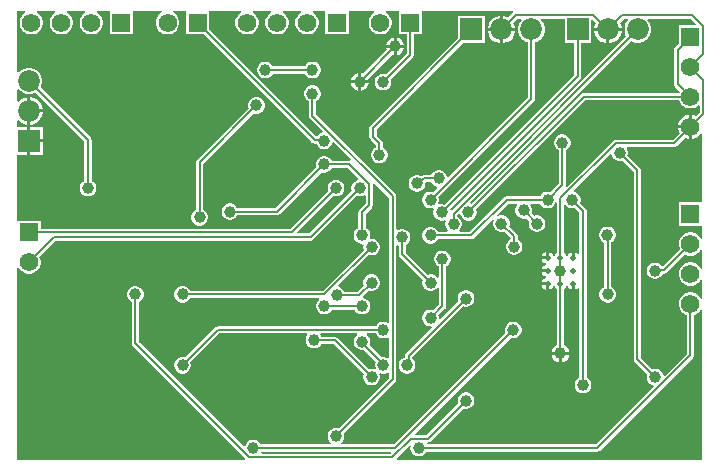
<source format=gbl>
G04*
G04 #@! TF.GenerationSoftware,Altium Limited,Altium Designer,23.5.1 (21)*
G04*
G04 Layer_Physical_Order=2*
G04 Layer_Color=16711680*
%FSLAX44Y44*%
%MOMM*%
G71*
G04*
G04 #@! TF.SameCoordinates,638B95CD-29A4-4EC3-B0C2-DC090694CFED*
G04*
G04*
G04 #@! TF.FilePolarity,Positive*
G04*
G01*
G75*
%ADD12C,0.2000*%
%ADD48R,1.8400X1.8400*%
%ADD49C,1.8400*%
%ADD50R,1.5700X1.5700*%
%ADD51C,1.5700*%
%ADD52R,1.8400X1.8400*%
%ADD53R,1.5700X1.5700*%
%ADD57C,1.0000*%
%ADD58C,0.5000*%
G36*
X527432Y382171D02*
X526438Y381177D01*
X524963Y378623D01*
X524200Y375775D01*
Y372826D01*
X524963Y369977D01*
X525618Y368844D01*
X378261Y221487D01*
X376809Y221831D01*
X376659Y222282D01*
X376668Y222342D01*
X486763Y332437D01*
X487426Y333429D01*
X487659Y334600D01*
Y363100D01*
X495800D01*
Y382378D01*
X497070Y382904D01*
X499822Y380152D01*
X499060Y378832D01*
X498260Y375846D01*
Y375570D01*
X521740D01*
Y375846D01*
X520940Y378832D01*
X520178Y380152D01*
X523467Y383441D01*
X526906D01*
X527432Y382171D01*
D02*
G37*
G36*
X152850Y389850D02*
Y370150D01*
X168224D01*
X259837Y278537D01*
X260830Y277874D01*
X262000Y277641D01*
X263385D01*
X263477Y277298D01*
X264399Y275702D01*
X265702Y274399D01*
X267298Y273477D01*
X269078Y273000D01*
X270922D01*
X272702Y273477D01*
X274298Y274399D01*
X275601Y275702D01*
X276523Y277298D01*
X276813Y278379D01*
X278225Y278763D01*
X292617Y264371D01*
X292578Y264102D01*
X291314Y263059D01*
X291314Y263059D01*
X276317D01*
X275601Y264298D01*
X274298Y265601D01*
X272702Y266523D01*
X270922Y267000D01*
X269078D01*
X267298Y266523D01*
X265702Y265601D01*
X264399Y264298D01*
X263477Y262702D01*
X263000Y260922D01*
Y259078D01*
X263370Y257696D01*
X228733Y223059D01*
X196317D01*
X195601Y224298D01*
X194298Y225601D01*
X192702Y226523D01*
X190922Y227000D01*
X189078D01*
X187298Y226523D01*
X185702Y225601D01*
X184399Y224298D01*
X183477Y222702D01*
X183000Y220922D01*
Y219078D01*
X183477Y217298D01*
X184399Y215702D01*
X185702Y214399D01*
X187298Y213477D01*
X189078Y213000D01*
X190922D01*
X192702Y213477D01*
X194298Y214399D01*
X195601Y215702D01*
X196317Y216941D01*
X230000D01*
X230000Y216941D01*
X231171Y217174D01*
X232163Y217837D01*
X267696Y253370D01*
X269078Y253000D01*
X270922D01*
X272702Y253477D01*
X274298Y254399D01*
X275601Y255702D01*
X276317Y256941D01*
X290047D01*
X298763Y248225D01*
X298379Y246813D01*
X297298Y246523D01*
X295702Y245601D01*
X294399Y244298D01*
X293477Y242702D01*
X293000Y240922D01*
Y239078D01*
X293370Y237696D01*
X257433Y201759D01*
X247744D01*
X247258Y202932D01*
X277696Y233370D01*
X279078Y233000D01*
X280922D01*
X282702Y233477D01*
X284298Y234399D01*
X285601Y235702D01*
X286523Y237298D01*
X287000Y239078D01*
Y240922D01*
X286523Y242702D01*
X285601Y244298D01*
X284298Y245601D01*
X282702Y246523D01*
X280922Y247000D01*
X279078D01*
X277298Y246523D01*
X275702Y245601D01*
X274399Y244298D01*
X273477Y242702D01*
X273000Y240922D01*
Y239078D01*
X273370Y237696D01*
X241433Y205759D01*
X29850D01*
Y212550D01*
X10150Y212550D01*
X10000Y213758D01*
Y268260D01*
X18730D01*
Y280000D01*
Y291740D01*
X10000D01*
Y297001D01*
X11270Y297527D01*
X12792Y296006D01*
X15468Y294460D01*
X18454Y293660D01*
X18730D01*
Y305400D01*
Y317140D01*
X18454D01*
X15468Y316340D01*
X12792Y314794D01*
X11270Y313273D01*
X10000Y313799D01*
Y323362D01*
X11270Y323691D01*
X13123Y321838D01*
X15677Y320363D01*
X18526Y319600D01*
X21474D01*
X24323Y320363D01*
X25457Y321018D01*
X66941Y279533D01*
Y246317D01*
X65702Y245601D01*
X64399Y244298D01*
X63477Y242702D01*
X63000Y240922D01*
Y239078D01*
X63477Y237298D01*
X64399Y235702D01*
X65702Y234399D01*
X67298Y233477D01*
X69078Y233000D01*
X70922D01*
X72702Y233477D01*
X74298Y234399D01*
X75601Y235702D01*
X76523Y237298D01*
X77000Y239078D01*
Y240922D01*
X76523Y242702D01*
X75601Y244298D01*
X74298Y245601D01*
X73059Y246317D01*
Y280800D01*
X72826Y281971D01*
X72163Y282963D01*
X29782Y325344D01*
X30437Y326477D01*
X31200Y329325D01*
Y332275D01*
X30437Y335123D01*
X28962Y337677D01*
X26877Y339762D01*
X24323Y341237D01*
X21474Y342000D01*
X18526D01*
X15677Y341237D01*
X13123Y339762D01*
X11270Y337909D01*
X10000Y338238D01*
Y390000D01*
X16981D01*
X17321Y388730D01*
X15852Y387882D01*
X14018Y386048D01*
X12721Y383802D01*
X12050Y381297D01*
Y378703D01*
X12721Y376198D01*
X14018Y373952D01*
X15852Y372118D01*
X18098Y370821D01*
X20603Y370150D01*
X23197D01*
X25702Y370821D01*
X27948Y372118D01*
X29782Y373952D01*
X31079Y376198D01*
X31750Y378703D01*
Y381297D01*
X31079Y383802D01*
X29782Y386048D01*
X27948Y387882D01*
X26479Y388730D01*
X26819Y390000D01*
X42380D01*
X42721Y388730D01*
X41252Y387882D01*
X39418Y386048D01*
X38121Y383802D01*
X37450Y381297D01*
Y378703D01*
X38121Y376198D01*
X39418Y373952D01*
X41252Y372118D01*
X43498Y370821D01*
X46003Y370150D01*
X48597D01*
X51102Y370821D01*
X53348Y372118D01*
X55182Y373952D01*
X56479Y376198D01*
X57150Y378703D01*
Y381297D01*
X56479Y383802D01*
X55182Y386048D01*
X53348Y387882D01*
X51879Y388730D01*
X52219Y390000D01*
X67780D01*
X68121Y388730D01*
X66652Y387882D01*
X64818Y386048D01*
X63521Y383802D01*
X62850Y381297D01*
Y378703D01*
X63521Y376198D01*
X64818Y373952D01*
X66652Y372118D01*
X68898Y370821D01*
X71403Y370150D01*
X73997D01*
X76502Y370821D01*
X78748Y372118D01*
X80582Y373952D01*
X81879Y376198D01*
X82550Y378703D01*
Y381297D01*
X81879Y383802D01*
X80582Y386048D01*
X78748Y387882D01*
X77279Y388730D01*
X77619Y390000D01*
X87042D01*
X88250Y389850D01*
X88250Y388730D01*
Y370150D01*
X107950D01*
X107950Y389850D01*
X109158Y390000D01*
X132381D01*
X132721Y388730D01*
X131252Y387882D01*
X129418Y386048D01*
X128122Y383802D01*
X127450Y381297D01*
Y378703D01*
X128122Y376198D01*
X129418Y373952D01*
X131252Y372118D01*
X133498Y370821D01*
X136003Y370150D01*
X138597D01*
X141102Y370821D01*
X143348Y372118D01*
X145182Y373952D01*
X146479Y376198D01*
X147150Y378703D01*
Y381297D01*
X146479Y383802D01*
X145182Y386048D01*
X143348Y387882D01*
X141879Y388730D01*
X142220Y390000D01*
X151642D01*
X152850Y389850D01*
D02*
G37*
G36*
X584594Y379123D02*
X584108Y377950D01*
X570150D01*
Y362576D01*
X566987Y359413D01*
X566324Y358420D01*
X566091Y357250D01*
X566091Y357250D01*
Y328150D01*
X566091Y328150D01*
X566324Y326979D01*
X566987Y325987D01*
X571206Y321768D01*
X570821Y321102D01*
X570622Y320359D01*
X489714D01*
X489713Y320359D01*
X488543Y320126D01*
X487551Y319463D01*
X394829Y226742D01*
X394145Y226924D01*
X393765Y228339D01*
X529944Y364518D01*
X531077Y363863D01*
X533926Y363100D01*
X536875D01*
X539723Y363863D01*
X542277Y365338D01*
X544362Y367423D01*
X545837Y369977D01*
X546600Y372826D01*
Y375775D01*
X545837Y378623D01*
X544362Y381177D01*
X543368Y382171D01*
X543894Y383441D01*
X580275D01*
X584594Y379123D01*
D02*
G37*
G36*
X430137Y388730D02*
X430037Y388663D01*
X425852Y384478D01*
X424532Y385240D01*
X421546Y386040D01*
X421270D01*
Y375570D01*
X431740D01*
Y375846D01*
X430940Y378832D01*
X430178Y380152D01*
X433467Y383441D01*
X436906D01*
X437432Y382171D01*
X436438Y381177D01*
X434963Y378623D01*
X434200Y375775D01*
Y372826D01*
X434963Y369977D01*
X436438Y367423D01*
X438523Y365338D01*
X441077Y363863D01*
X442341Y363525D01*
Y316667D01*
X375093Y249418D01*
X373680Y249802D01*
X373391Y250883D01*
X372469Y252479D01*
X371166Y253783D01*
X369569Y254704D01*
X367789Y255181D01*
X365946D01*
X364166Y254704D01*
X362569Y253783D01*
X361266Y252479D01*
X360551Y251240D01*
X354745D01*
X354745Y251240D01*
X353575Y251007D01*
X352582Y250344D01*
X352582Y250344D01*
X352164Y249926D01*
X351112Y250534D01*
X349332Y251011D01*
X347489D01*
X345708Y250534D01*
X344112Y249613D01*
X342809Y248309D01*
X341887Y246713D01*
X341410Y244933D01*
Y243090D01*
X341887Y241309D01*
X342809Y239713D01*
X344112Y238410D01*
X345708Y237488D01*
X347489Y237011D01*
X349332D01*
X351112Y237488D01*
X352708Y238410D01*
X354012Y239713D01*
X354933Y241309D01*
X355410Y243090D01*
Y244521D01*
X356012Y245123D01*
X360551D01*
X361266Y243883D01*
X362569Y242580D01*
X364166Y241658D01*
X365247Y241369D01*
X365630Y239956D01*
X362304Y236630D01*
X360922Y237000D01*
X359078D01*
X357298Y236523D01*
X355702Y235601D01*
X354399Y234298D01*
X353477Y232702D01*
X353000Y230922D01*
Y229078D01*
X353477Y227298D01*
X354399Y225702D01*
X355702Y224399D01*
X357298Y223477D01*
X359078Y223000D01*
X360922D01*
X362148Y223328D01*
X362985Y222238D01*
X362945Y222170D01*
X362468Y220390D01*
Y218547D01*
X362945Y216766D01*
X363867Y215170D01*
X365170Y213867D01*
X366766Y212945D01*
X368547Y212468D01*
X370390D01*
X371882Y212868D01*
X372439Y212502D01*
X372502Y212439D01*
X372868Y211882D01*
X372468Y210390D01*
Y208547D01*
X372945Y206766D01*
X373867Y205170D01*
X374708Y204329D01*
X374182Y203059D01*
X366317D01*
X365601Y204298D01*
X364298Y205601D01*
X362702Y206523D01*
X360922Y207000D01*
X359078D01*
X357298Y206523D01*
X355702Y205601D01*
X354399Y204298D01*
X353477Y202702D01*
X353000Y200922D01*
Y199078D01*
X353477Y197298D01*
X354399Y195702D01*
X355702Y194399D01*
X357298Y193477D01*
X359078Y193000D01*
X360922D01*
X362702Y193477D01*
X364298Y194399D01*
X365601Y195702D01*
X366317Y196941D01*
X394531D01*
X394531Y196941D01*
X395702Y197174D01*
X396694Y197837D01*
X412628Y213771D01*
X413644Y212991D01*
X413477Y212702D01*
X413000Y210922D01*
Y209078D01*
X413477Y207298D01*
X414399Y205702D01*
X415702Y204399D01*
X417298Y203477D01*
X419078Y203000D01*
X420922D01*
X422304Y203370D01*
X427683Y197991D01*
X427586Y196719D01*
X426515Y196101D01*
X425212Y194798D01*
X424290Y193202D01*
X423813Y191421D01*
Y189578D01*
X424290Y187798D01*
X425212Y186202D01*
X426515Y184898D01*
X428111Y183977D01*
X429892Y183500D01*
X431735D01*
X433515Y183977D01*
X435111Y184898D01*
X436415Y186202D01*
X437336Y187798D01*
X437813Y189578D01*
Y191421D01*
X437336Y193202D01*
X436415Y194798D01*
X435111Y196101D01*
X433872Y196817D01*
Y199187D01*
X433639Y200357D01*
X432976Y201350D01*
X432976Y201350D01*
X426630Y207696D01*
X427000Y209078D01*
Y210922D01*
X426523Y212702D01*
X425601Y214298D01*
X424298Y215601D01*
X422702Y216523D01*
X420922Y217000D01*
X419078D01*
X417298Y216523D01*
X417009Y216356D01*
X416229Y217372D01*
X425798Y226941D01*
X432932D01*
X433458Y225671D01*
X433242Y225455D01*
X432320Y223859D01*
X431843Y222078D01*
Y220235D01*
X432320Y218455D01*
X433242Y216859D01*
X434545Y215556D01*
X436141Y214634D01*
X437921Y214157D01*
X439765D01*
X441147Y214527D01*
X443527Y212147D01*
X443157Y210765D01*
Y208922D01*
X443634Y207141D01*
X444555Y205545D01*
X445859Y204242D01*
X447455Y203320D01*
X449235Y202843D01*
X451078D01*
X452859Y203320D01*
X454455Y204242D01*
X455758Y205545D01*
X456680Y207141D01*
X457157Y208922D01*
Y210765D01*
X456680Y212545D01*
X455758Y214141D01*
X454455Y215445D01*
X452859Y216366D01*
X451078Y216843D01*
X449235D01*
X447853Y216473D01*
X445473Y218853D01*
X445843Y220235D01*
Y222078D01*
X445366Y223859D01*
X444444Y225455D01*
X444228Y225671D01*
X444754Y226941D01*
X452683D01*
X453398Y225702D01*
X454702Y224399D01*
X456298Y223477D01*
X458078Y223000D01*
X459921D01*
X461702Y223477D01*
X463298Y224399D01*
X464601Y225702D01*
X465523Y227298D01*
X465671Y227852D01*
X466941Y227685D01*
Y185069D01*
X465727Y183855D01*
X465187Y182551D01*
X463813D01*
X463273Y183855D01*
X461855Y185272D01*
X460270Y185929D01*
Y181000D01*
X459000D01*
Y179730D01*
X454071D01*
X454727Y178145D01*
X456145Y176727D01*
X457448Y176187D01*
Y174813D01*
X456145Y174273D01*
X454727Y172855D01*
X454071Y171270D01*
X459000D01*
Y168730D01*
X454071D01*
X454727Y167145D01*
X456145Y165727D01*
X457449Y165187D01*
Y163813D01*
X456145Y163272D01*
X454727Y161855D01*
X454071Y160270D01*
X459000D01*
Y159000D01*
X460270D01*
Y154071D01*
X461855Y154727D01*
X463273Y156145D01*
X463813Y157449D01*
X465187D01*
X465727Y156145D01*
X466941Y154931D01*
Y106940D01*
X465370Y106033D01*
X463966Y104630D01*
X462974Y102910D01*
X462534Y101270D01*
X477466D01*
X477026Y102910D01*
X476034Y104630D01*
X474630Y106033D01*
X473059Y106940D01*
Y154931D01*
X474273Y156145D01*
X474813Y157448D01*
X476187D01*
X476727Y156145D01*
X478145Y154727D01*
X479730Y154071D01*
Y159000D01*
X482270D01*
Y154071D01*
X483855Y154727D01*
X484672Y155544D01*
X485942Y155018D01*
Y79567D01*
X484702Y78851D01*
X483399Y77548D01*
X482477Y75952D01*
X482000Y74172D01*
Y72328D01*
X482477Y70548D01*
X483399Y68952D01*
X484702Y67649D01*
X486298Y66727D01*
X488079Y66250D01*
X489922D01*
X491702Y66727D01*
X493298Y67649D01*
X494602Y68952D01*
X495523Y70548D01*
X496000Y72328D01*
Y74172D01*
X495523Y75952D01*
X494602Y77548D01*
X493298Y78851D01*
X492059Y79567D01*
Y221000D01*
X491826Y222170D01*
X491163Y223163D01*
X491163Y223163D01*
X486630Y227696D01*
X487000Y229078D01*
Y230922D01*
X486523Y232702D01*
X485601Y234298D01*
X484298Y235601D01*
X482702Y236523D01*
X481621Y236813D01*
X481237Y238225D01*
X511775Y268763D01*
X513187Y268379D01*
X513477Y267298D01*
X514399Y265702D01*
X515702Y264399D01*
X517298Y263477D01*
X519078Y263000D01*
X520922D01*
X522304Y263370D01*
X531941Y253733D01*
Y95000D01*
X531941Y95000D01*
X532174Y93829D01*
X532837Y92837D01*
X543370Y82304D01*
X543000Y80922D01*
Y79078D01*
X543477Y77298D01*
X544399Y75702D01*
X545702Y74399D01*
X547298Y73477D01*
X548379Y73187D01*
X548763Y71775D01*
X500047Y23059D01*
X357076D01*
X356721Y23671D01*
X357453Y24941D01*
X358000D01*
X358000Y24941D01*
X359171Y25174D01*
X360163Y25837D01*
X387696Y53370D01*
X389078Y53000D01*
X390922D01*
X392702Y53477D01*
X394298Y54399D01*
X395601Y55702D01*
X396523Y57298D01*
X397000Y59078D01*
Y60922D01*
X396523Y62702D01*
X395601Y64298D01*
X394298Y65601D01*
X392702Y66523D01*
X390922Y67000D01*
X389078D01*
X387298Y66523D01*
X385702Y65601D01*
X384399Y64298D01*
X383477Y62702D01*
X383000Y60922D01*
Y59078D01*
X383370Y57696D01*
X356733Y31059D01*
X347044D01*
X346558Y32232D01*
X427696Y113370D01*
X429078Y113000D01*
X430922D01*
X432702Y113477D01*
X434298Y114399D01*
X435601Y115702D01*
X436523Y117298D01*
X437000Y119078D01*
Y120922D01*
X436523Y122702D01*
X435601Y124298D01*
X434298Y125601D01*
X432702Y126523D01*
X430922Y127000D01*
X429078D01*
X427298Y126523D01*
X425702Y125601D01*
X424399Y124298D01*
X423477Y122702D01*
X423000Y120922D01*
Y119078D01*
X423370Y117696D01*
X328733Y23059D01*
X284517D01*
X284177Y24329D01*
X284298Y24399D01*
X285601Y25702D01*
X286523Y27298D01*
X287000Y29078D01*
Y30922D01*
X286630Y32304D01*
X330163Y75837D01*
X330826Y76830D01*
X331059Y78000D01*
X331059Y78000D01*
Y190980D01*
X332329Y191712D01*
X332941Y191357D01*
Y184000D01*
X332941Y184000D01*
X333174Y182829D01*
X333837Y181837D01*
X353370Y162304D01*
X353000Y160922D01*
Y159078D01*
X353477Y157298D01*
X354399Y155702D01*
X355702Y154399D01*
X357298Y153477D01*
X359078Y153000D01*
X360922D01*
X362702Y153477D01*
X364298Y154399D01*
X365601Y155702D01*
X365671Y155823D01*
X366941Y155483D01*
Y141267D01*
X362304Y136630D01*
X360922Y137000D01*
X359078D01*
X357298Y136523D01*
X355702Y135601D01*
X354399Y134298D01*
X353477Y132702D01*
X353000Y130922D01*
Y129078D01*
X353477Y127298D01*
X354399Y125702D01*
X355702Y124399D01*
X357298Y123477D01*
X359078Y123000D01*
X360378D01*
X360904Y121730D01*
X339337Y100163D01*
X338674Y99171D01*
X338441Y98000D01*
X338441Y98000D01*
Y96829D01*
X337298Y96523D01*
X335702Y95601D01*
X334399Y94298D01*
X333477Y92702D01*
X333000Y90922D01*
Y89078D01*
X333477Y87298D01*
X334399Y85702D01*
X335702Y84399D01*
X337298Y83477D01*
X339078Y83000D01*
X340922D01*
X342702Y83477D01*
X344298Y84399D01*
X345601Y85702D01*
X346523Y87298D01*
X347000Y89078D01*
Y90922D01*
X346523Y92702D01*
X345601Y94298D01*
X344559Y95341D01*
Y96733D01*
X387696Y139871D01*
X389078Y139500D01*
X390922D01*
X392702Y139977D01*
X394298Y140899D01*
X395601Y142202D01*
X396523Y143798D01*
X397000Y145578D01*
Y147422D01*
X396523Y149202D01*
X395601Y150798D01*
X394298Y152101D01*
X392702Y153023D01*
X390922Y153500D01*
X389078D01*
X387298Y153023D01*
X385702Y152101D01*
X384399Y150798D01*
X383477Y149202D01*
X383000Y147422D01*
Y145578D01*
X383370Y144196D01*
X368270Y129096D01*
X367000Y129622D01*
Y130922D01*
X366630Y132304D01*
X372163Y137837D01*
X372163Y137837D01*
X372826Y138829D01*
X373059Y140000D01*
Y173683D01*
X374298Y174399D01*
X375601Y175702D01*
X376523Y177298D01*
X377000Y179078D01*
Y180922D01*
X376523Y182702D01*
X375601Y184298D01*
X374298Y185601D01*
X372702Y186523D01*
X370922Y187000D01*
X369078D01*
X367298Y186523D01*
X365702Y185601D01*
X364399Y184298D01*
X363477Y182702D01*
X363000Y180922D01*
Y179078D01*
X363477Y177298D01*
X364399Y175702D01*
X365702Y174399D01*
X366941Y173683D01*
Y164517D01*
X365671Y164177D01*
X365601Y164298D01*
X364298Y165601D01*
X362702Y166523D01*
X360922Y167000D01*
X359078D01*
X357696Y166630D01*
X339059Y185267D01*
Y192116D01*
X340298Y192832D01*
X341601Y194135D01*
X342523Y195731D01*
X343000Y197512D01*
Y199355D01*
X342523Y201135D01*
X341601Y202731D01*
X340298Y204035D01*
X338702Y204956D01*
X336922Y205433D01*
X335079D01*
X333298Y204956D01*
X332329Y204397D01*
X331059Y205124D01*
Y233314D01*
X330826Y234484D01*
X330163Y235477D01*
X330163Y235477D01*
X263059Y302581D01*
Y313683D01*
X264298Y314399D01*
X265601Y315702D01*
X266523Y317298D01*
X267000Y319078D01*
Y320922D01*
X266523Y322702D01*
X265601Y324298D01*
X264298Y325601D01*
X262702Y326523D01*
X260922Y327000D01*
X259078D01*
X257298Y326523D01*
X255702Y325601D01*
X254399Y324298D01*
X253477Y322702D01*
X253000Y320922D01*
Y319078D01*
X253477Y317298D01*
X254399Y315702D01*
X255702Y314399D01*
X256941Y313683D01*
Y301314D01*
X256941Y301314D01*
X257174Y300143D01*
X257837Y299151D01*
X268763Y288225D01*
X268379Y286813D01*
X267298Y286523D01*
X265702Y285601D01*
X264399Y284298D01*
X264349Y284212D01*
X262946Y284080D01*
X172550Y374476D01*
Y389850D01*
X173758Y390000D01*
X199681D01*
X200021Y388730D01*
X198552Y387882D01*
X196718Y386048D01*
X195421Y383802D01*
X194750Y381297D01*
Y378703D01*
X195421Y376198D01*
X196718Y373952D01*
X198552Y372118D01*
X200798Y370821D01*
X203303Y370150D01*
X205897D01*
X208402Y370821D01*
X210648Y372118D01*
X212482Y373952D01*
X213779Y376198D01*
X214450Y378703D01*
Y381297D01*
X213779Y383802D01*
X212482Y386048D01*
X210648Y387882D01*
X209179Y388730D01*
X209519Y390000D01*
X225081D01*
X225421Y388730D01*
X223952Y387882D01*
X222118Y386048D01*
X220821Y383802D01*
X220150Y381297D01*
Y378703D01*
X220821Y376198D01*
X222118Y373952D01*
X223952Y372118D01*
X226198Y370821D01*
X228703Y370150D01*
X231297D01*
X233802Y370821D01*
X236048Y372118D01*
X237882Y373952D01*
X239179Y376198D01*
X239850Y378703D01*
Y381297D01*
X239179Y383802D01*
X237882Y386048D01*
X236048Y387882D01*
X234579Y388730D01*
X234919Y390000D01*
X250481D01*
X250821Y388730D01*
X249352Y387882D01*
X247518Y386048D01*
X246221Y383802D01*
X245550Y381297D01*
Y378703D01*
X246221Y376198D01*
X247518Y373952D01*
X249352Y372118D01*
X251598Y370821D01*
X254103Y370150D01*
X256697D01*
X259202Y370821D01*
X261448Y372118D01*
X263282Y373952D01*
X264579Y376198D01*
X265250Y378703D01*
Y381297D01*
X264579Y383802D01*
X263282Y386048D01*
X261448Y387882D01*
X259979Y388730D01*
X260319Y390000D01*
X269742D01*
X270950Y389850D01*
X270950Y388730D01*
Y370150D01*
X290650D01*
X290650Y389850D01*
X291858Y390000D01*
X312381D01*
X312721Y388730D01*
X311252Y387882D01*
X309418Y386048D01*
X308121Y383802D01*
X307450Y381297D01*
Y378703D01*
X308121Y376198D01*
X309418Y373952D01*
X311252Y372118D01*
X313498Y370821D01*
X316003Y370150D01*
X318597D01*
X321102Y370821D01*
X323348Y372118D01*
X325182Y373952D01*
X326479Y376198D01*
X327150Y378703D01*
Y381297D01*
X326479Y383802D01*
X325182Y386048D01*
X323348Y387882D01*
X321879Y388730D01*
X322219Y390000D01*
X331642D01*
X332850Y389850D01*
X332850Y388730D01*
Y370150D01*
X339641D01*
Y353967D01*
X322047Y336373D01*
X320665Y336743D01*
X318822D01*
X317041Y336266D01*
X315445Y335345D01*
X314142Y334041D01*
X313220Y332445D01*
X312743Y330665D01*
Y328822D01*
X313220Y327041D01*
X314142Y325445D01*
X315445Y324142D01*
X317041Y323220D01*
X318822Y322743D01*
X320665D01*
X322445Y323220D01*
X324041Y324142D01*
X325345Y325445D01*
X326266Y327041D01*
X326743Y328822D01*
Y330665D01*
X326373Y332047D01*
X344863Y350537D01*
X344863Y350537D01*
X345526Y351529D01*
X345759Y352700D01*
X345759Y352700D01*
Y370150D01*
X352550D01*
X352550Y389850D01*
X353758Y390000D01*
X429752D01*
X430137Y388730D01*
D02*
G37*
G36*
X570821Y313498D02*
X572118Y311252D01*
X573952Y309418D01*
X576198Y308121D01*
X578703Y307450D01*
X581297D01*
X583802Y308121D01*
X586048Y309418D01*
X586618Y309988D01*
X587791Y309502D01*
Y304017D01*
X584864Y301089D01*
X584011Y301582D01*
X581368Y302290D01*
X581270D01*
Y291900D01*
Y281510D01*
X581368D01*
X584011Y282218D01*
X586380Y283586D01*
X588314Y285520D01*
X588730Y286240D01*
X590000Y285900D01*
Y229158D01*
X589850Y227950D01*
X588730Y227950D01*
X570150D01*
Y208250D01*
X589850Y208250D01*
X590000Y207042D01*
Y197620D01*
X588730Y197279D01*
X587882Y198748D01*
X586048Y200582D01*
X583802Y201879D01*
X581297Y202550D01*
X578703D01*
X576198Y201879D01*
X573952Y200582D01*
X572118Y198748D01*
X570821Y196502D01*
X570150Y193997D01*
Y191403D01*
X570821Y188898D01*
X571206Y188232D01*
X557054Y174080D01*
X555651Y174212D01*
X555601Y174298D01*
X554298Y175601D01*
X552702Y176523D01*
X550922Y177000D01*
X549078D01*
X547298Y176523D01*
X545702Y175601D01*
X544399Y174298D01*
X543477Y172702D01*
X543000Y170922D01*
Y169078D01*
X543477Y167298D01*
X544399Y165702D01*
X545702Y164399D01*
X547298Y163477D01*
X549078Y163000D01*
X550922D01*
X552702Y163477D01*
X554298Y164399D01*
X555601Y165702D01*
X556523Y167298D01*
X556615Y167641D01*
X558000D01*
X558000Y167641D01*
X559170Y167874D01*
X560163Y168537D01*
X575532Y183906D01*
X576198Y183521D01*
X578703Y182850D01*
X581297D01*
X583802Y183521D01*
X586048Y184818D01*
X587882Y186652D01*
X588730Y188121D01*
X590000Y187780D01*
Y172220D01*
X588730Y171879D01*
X587882Y173348D01*
X586048Y175182D01*
X583802Y176479D01*
X581297Y177150D01*
X578703D01*
X576198Y176479D01*
X573952Y175182D01*
X572118Y173348D01*
X570821Y171102D01*
X570150Y168597D01*
Y166003D01*
X570821Y163498D01*
X572118Y161252D01*
X573952Y159418D01*
X576198Y158121D01*
X578703Y157450D01*
X581297D01*
X583802Y158121D01*
X586048Y159418D01*
X587882Y161252D01*
X588730Y162721D01*
X590000Y162381D01*
Y146820D01*
X588730Y146479D01*
X587882Y147948D01*
X586048Y149782D01*
X583802Y151079D01*
X581297Y151750D01*
X578703D01*
X576198Y151079D01*
X573952Y149782D01*
X572118Y147948D01*
X570821Y145702D01*
X570150Y143197D01*
Y140603D01*
X570821Y138098D01*
X572118Y135852D01*
X573952Y134018D01*
X576198Y132721D01*
X576941Y132522D01*
Y99953D01*
X558225Y81237D01*
X556813Y81621D01*
X556523Y82702D01*
X555601Y84298D01*
X554298Y85601D01*
X552702Y86523D01*
X550922Y87000D01*
X549078D01*
X547696Y86630D01*
X538059Y96267D01*
Y255000D01*
X537826Y256171D01*
X537163Y257163D01*
X537163Y257163D01*
X526630Y267696D01*
X527000Y269078D01*
Y270922D01*
X526523Y272702D01*
X525963Y273671D01*
X526691Y274941D01*
X566100D01*
X566100Y274941D01*
X567271Y275174D01*
X568263Y275837D01*
X575137Y282711D01*
X575990Y282218D01*
X578632Y281510D01*
X578730D01*
Y290630D01*
X569610D01*
Y290532D01*
X570318Y287889D01*
X570811Y287036D01*
X564833Y281059D01*
X516686D01*
X515516Y280826D01*
X514523Y280163D01*
X514523Y280163D01*
X475697Y241337D01*
X474527Y241962D01*
X474652Y242594D01*
Y272090D01*
X475892Y272805D01*
X477195Y274108D01*
X478116Y275705D01*
X478593Y277485D01*
Y279328D01*
X478116Y281108D01*
X477195Y282705D01*
X475892Y284008D01*
X474295Y284930D01*
X472515Y285406D01*
X470672D01*
X468892Y284930D01*
X467295Y284008D01*
X465992Y282705D01*
X465070Y281108D01*
X464594Y279328D01*
Y277485D01*
X465070Y275705D01*
X465992Y274108D01*
X467295Y272805D01*
X468535Y272090D01*
Y243861D01*
X461304Y236630D01*
X459921Y237000D01*
X458078D01*
X456298Y236523D01*
X454702Y235601D01*
X453398Y234298D01*
X452683Y233059D01*
X424531D01*
X423360Y232826D01*
X422368Y232163D01*
X422368Y232163D01*
X393264Y203059D01*
X384754D01*
X384228Y204329D01*
X385070Y205170D01*
X385991Y206766D01*
X386468Y208547D01*
Y210390D01*
X385991Y212170D01*
X385070Y213766D01*
X383766Y215070D01*
X382527Y215785D01*
Y217101D01*
X383764Y218338D01*
X385176Y217955D01*
X385466Y216873D01*
X386387Y215277D01*
X387691Y213974D01*
X389287Y213052D01*
X391067Y212575D01*
X392910D01*
X394691Y213052D01*
X396287Y213974D01*
X397590Y215277D01*
X398512Y216873D01*
X398989Y218654D01*
Y220497D01*
X398618Y221879D01*
X490980Y314241D01*
X570622D01*
X570821Y313498D01*
D02*
G37*
G36*
X473400Y363100D02*
X481541D01*
Y335867D01*
X371772Y226098D01*
X370390Y226468D01*
X368547D01*
X367321Y226140D01*
X366484Y227230D01*
X366523Y227298D01*
X367000Y229078D01*
Y230922D01*
X366630Y232304D01*
X447563Y313237D01*
X447563Y313237D01*
X448226Y314230D01*
X448459Y315400D01*
X448459Y315400D01*
Y363525D01*
X449723Y363863D01*
X452277Y365338D01*
X454362Y367423D01*
X455837Y369977D01*
X456600Y372826D01*
Y375775D01*
X455837Y378623D01*
X454362Y381177D01*
X453368Y382171D01*
X453894Y383441D01*
X473400D01*
Y363100D01*
D02*
G37*
G36*
X474399Y225702D02*
X475702Y224399D01*
X477298Y223477D01*
X479078Y223000D01*
X480922D01*
X482304Y223370D01*
X485942Y219733D01*
Y184982D01*
X484672Y184456D01*
X483855Y185272D01*
X482270Y185929D01*
Y181000D01*
X479730D01*
Y185929D01*
X478145Y185272D01*
X476727Y183855D01*
X476187Y182551D01*
X474813D01*
X474273Y183855D01*
X473059Y185069D01*
Y225483D01*
X474329Y225823D01*
X474399Y225702D01*
D02*
G37*
G36*
X324941Y232047D02*
Y126691D01*
X323671Y125963D01*
X322702Y126523D01*
X320922Y127000D01*
X319078D01*
X317298Y126523D01*
X315702Y125601D01*
X314399Y124298D01*
X313683Y123059D01*
X180000D01*
X178829Y122826D01*
X177837Y122163D01*
X177837Y122163D01*
X152304Y96630D01*
X150922Y97000D01*
X149078D01*
X147298Y96523D01*
X145702Y95601D01*
X144399Y94298D01*
X143477Y92702D01*
X143000Y90922D01*
Y89078D01*
X143477Y87298D01*
X144399Y85702D01*
X145702Y84399D01*
X147298Y83477D01*
X149078Y83000D01*
X150922D01*
X152702Y83477D01*
X154298Y84399D01*
X155601Y85702D01*
X156523Y87298D01*
X157000Y89078D01*
Y90922D01*
X156630Y92304D01*
X181267Y116941D01*
X255246D01*
X255772Y115671D01*
X255680Y115580D01*
X254759Y113984D01*
X254282Y112203D01*
Y110360D01*
X254759Y108580D01*
X255680Y106984D01*
X256984Y105680D01*
X258580Y104759D01*
X260360Y104282D01*
X262203D01*
X263984Y104759D01*
X265580Y105680D01*
X266883Y106984D01*
X267599Y108223D01*
X277451D01*
X303370Y82304D01*
X303000Y80922D01*
Y79078D01*
X303477Y77298D01*
X304399Y75702D01*
X305702Y74399D01*
X307298Y73477D01*
X309078Y73000D01*
X310922D01*
X312702Y73477D01*
X314298Y74399D01*
X315601Y75702D01*
X316523Y77298D01*
X317000Y79078D01*
Y80922D01*
X316600Y82414D01*
X316966Y82971D01*
X317029Y83034D01*
X317586Y83400D01*
X319078Y83000D01*
X320922D01*
X322702Y83477D01*
X323671Y84037D01*
X324941Y83309D01*
Y79267D01*
X282304Y36630D01*
X280922Y37000D01*
X279078D01*
X277298Y36523D01*
X275702Y35601D01*
X274399Y34298D01*
X273477Y32702D01*
X273000Y30922D01*
Y29078D01*
X273477Y27298D01*
X274399Y25702D01*
X275702Y24399D01*
X275823Y24329D01*
X275483Y23059D01*
X216317D01*
X215601Y24298D01*
X214298Y25601D01*
X212702Y26523D01*
X210922Y27000D01*
X209078D01*
X207298Y26523D01*
X205702Y25601D01*
X204399Y24298D01*
X203477Y22702D01*
X203187Y21621D01*
X201775Y21237D01*
X113059Y109953D01*
Y143683D01*
X114298Y144399D01*
X115601Y145702D01*
X116523Y147298D01*
X117000Y149078D01*
Y150922D01*
X116523Y152702D01*
X115601Y154298D01*
X114298Y155601D01*
X112702Y156523D01*
X110922Y157000D01*
X109078D01*
X107298Y156523D01*
X105702Y155601D01*
X104399Y154298D01*
X103477Y152702D01*
X103000Y150922D01*
Y149078D01*
X103477Y147298D01*
X104399Y145702D01*
X105702Y144399D01*
X106941Y143683D01*
Y108686D01*
X106941Y108686D01*
X107174Y107516D01*
X107837Y106523D01*
X203187Y11173D01*
X202701Y10000D01*
X10000D01*
Y172381D01*
X11270Y172721D01*
X12118Y171252D01*
X13952Y169418D01*
X16198Y168121D01*
X18703Y167450D01*
X21297D01*
X23802Y168121D01*
X26048Y169418D01*
X27882Y171252D01*
X29179Y173498D01*
X29850Y176003D01*
Y178597D01*
X29179Y181102D01*
X28794Y181768D01*
X42667Y195641D01*
X258700D01*
X258700Y195641D01*
X259870Y195874D01*
X260863Y196537D01*
X297696Y233370D01*
X299078Y233000D01*
X300922D01*
X302702Y233477D01*
X303671Y234037D01*
X304941Y233309D01*
Y227006D01*
X299837Y221902D01*
X299174Y220910D01*
X298941Y219739D01*
X298941Y219739D01*
Y206317D01*
X297702Y205601D01*
X296399Y204298D01*
X295477Y202702D01*
X295000Y200922D01*
Y199078D01*
X295477Y197298D01*
X296399Y195702D01*
X297702Y194399D01*
X299298Y193477D01*
X301079Y193000D01*
X302242D01*
X303188Y191941D01*
X303229Y191776D01*
X303000Y190922D01*
Y189078D01*
X303370Y187696D01*
X268733Y153059D01*
X156317D01*
X155601Y154298D01*
X154298Y155601D01*
X152702Y156523D01*
X150922Y157000D01*
X149078D01*
X147298Y156523D01*
X145702Y155601D01*
X144399Y154298D01*
X143477Y152702D01*
X143000Y150922D01*
Y149078D01*
X143477Y147298D01*
X144399Y145702D01*
X145702Y144399D01*
X147298Y143477D01*
X149078Y143000D01*
X150922D01*
X152702Y143477D01*
X154298Y144399D01*
X155601Y145702D01*
X156317Y146941D01*
X265483D01*
X265823Y145671D01*
X265702Y145601D01*
X264399Y144298D01*
X263477Y142702D01*
X263000Y140922D01*
Y139078D01*
X263477Y137298D01*
X264399Y135702D01*
X265702Y134399D01*
X267298Y133477D01*
X269078Y133000D01*
X270922D01*
X272702Y133477D01*
X274298Y134399D01*
X275601Y135702D01*
X276317Y136941D01*
X295683D01*
X296399Y135702D01*
X297702Y134399D01*
X299298Y133477D01*
X301079Y133000D01*
X302922D01*
X304702Y133477D01*
X306298Y134399D01*
X307602Y135702D01*
X308523Y137298D01*
X309000Y139078D01*
Y140922D01*
X308523Y142702D01*
X307602Y144298D01*
X306298Y145601D01*
X304702Y146523D01*
X303079Y146958D01*
X302801Y147469D01*
X302596Y148270D01*
X307696Y153370D01*
X309078Y153000D01*
X310922D01*
X312702Y153477D01*
X314298Y154399D01*
X315601Y155702D01*
X316523Y157298D01*
X317000Y159078D01*
Y160922D01*
X316523Y162702D01*
X315601Y164298D01*
X314298Y165601D01*
X312702Y166523D01*
X310922Y167000D01*
X309078D01*
X307298Y166523D01*
X305702Y165601D01*
X304399Y164298D01*
X303477Y162702D01*
X303000Y160922D01*
Y159078D01*
X303370Y157696D01*
X298076Y152402D01*
X286974D01*
X286258Y153641D01*
X284955Y154944D01*
X283359Y155866D01*
X282278Y156156D01*
X281894Y157568D01*
X307696Y183370D01*
X309078Y183000D01*
X310922D01*
X312702Y183477D01*
X314298Y184399D01*
X315601Y185702D01*
X316523Y187298D01*
X317000Y189078D01*
Y190922D01*
X316523Y192702D01*
X315601Y194298D01*
X314298Y195601D01*
X312702Y196523D01*
X310922Y197000D01*
X309758D01*
X308813Y198059D01*
X308771Y198224D01*
X309000Y199078D01*
Y200922D01*
X308523Y202702D01*
X307602Y204298D01*
X306298Y205601D01*
X305059Y206317D01*
Y218472D01*
X310163Y223576D01*
X310163Y223576D01*
X310826Y224569D01*
X311059Y225739D01*
Y243314D01*
X312102Y244578D01*
X312371Y244617D01*
X324941Y232047D01*
D02*
G37*
G36*
X314399Y115702D02*
X315702Y114399D01*
X317298Y113477D01*
X319078Y113000D01*
X320922D01*
X322702Y113477D01*
X323671Y114037D01*
X324941Y113309D01*
Y96691D01*
X323671Y95963D01*
X322702Y96523D01*
X320922Y97000D01*
X319078D01*
X318485Y96841D01*
X308342Y106984D01*
X308523Y107298D01*
X309000Y109078D01*
Y110922D01*
X308523Y112702D01*
X307602Y114298D01*
X306298Y115601D01*
X306177Y115671D01*
X306518Y116941D01*
X313683D01*
X314399Y115702D01*
D02*
G37*
G36*
X297823Y115671D02*
X297702Y115601D01*
X296399Y114298D01*
X295477Y112702D01*
X295000Y110922D01*
Y109078D01*
X295477Y107298D01*
X296399Y105702D01*
X297702Y104399D01*
X299298Y103477D01*
X301079Y103000D01*
X302922D01*
X303515Y103159D01*
X313658Y93016D01*
X313477Y92702D01*
X313000Y90922D01*
Y89078D01*
X313400Y87586D01*
X313034Y87029D01*
X312971Y86966D01*
X312414Y86600D01*
X310922Y87000D01*
X309078D01*
X307696Y86630D01*
X280881Y113445D01*
X279889Y114108D01*
X278718Y114340D01*
X278718Y114340D01*
X267599D01*
X266883Y115580D01*
X266792Y115671D01*
X267318Y116941D01*
X297483D01*
X297823Y115671D01*
D02*
G37*
G36*
X590000Y136980D02*
Y10000D01*
X331642D01*
X331156Y11173D01*
X341971Y21988D01*
X343110Y21331D01*
X343000Y20922D01*
Y19078D01*
X343477Y17298D01*
X344399Y15702D01*
X345702Y14399D01*
X347298Y13477D01*
X349078Y13000D01*
X350922D01*
X352702Y13477D01*
X354298Y14399D01*
X355601Y15702D01*
X356317Y16941D01*
X501314D01*
X501314Y16941D01*
X502484Y17174D01*
X503477Y17837D01*
X582163Y96523D01*
X582163Y96524D01*
X582826Y97516D01*
X583059Y98686D01*
X583059Y98687D01*
Y132522D01*
X583802Y132721D01*
X586048Y134018D01*
X587882Y135852D01*
X588730Y137321D01*
X590000Y136980D01*
D02*
G37*
G36*
X326644Y15684D02*
X326149Y15059D01*
X217453D01*
X216721Y16329D01*
X217076Y16941D01*
X326082D01*
X326644Y15684D01*
D02*
G37*
%LPC*%
G36*
X521740Y373030D02*
X511270D01*
Y362560D01*
X511546D01*
X514532Y363360D01*
X517209Y364906D01*
X519394Y367092D01*
X520940Y369769D01*
X521740Y372755D01*
Y373030D01*
D02*
G37*
G36*
X508730D02*
X498260D01*
Y372755D01*
X499060Y369769D01*
X500606Y367092D01*
X502791Y364906D01*
X505468Y363360D01*
X508454Y362560D01*
X508730D01*
Y373030D01*
D02*
G37*
G36*
X21546Y317140D02*
X21270D01*
Y306670D01*
X31740D01*
Y306946D01*
X30940Y309932D01*
X29394Y312609D01*
X27208Y314794D01*
X24532Y316340D01*
X21546Y317140D01*
D02*
G37*
G36*
X213522Y317000D02*
X211679D01*
X209898Y316523D01*
X208302Y315601D01*
X206999Y314298D01*
X206077Y312702D01*
X205600Y310922D01*
Y309078D01*
X205970Y307696D01*
X162251Y263977D01*
X161588Y262984D01*
X161355Y261814D01*
X161355Y261814D01*
Y221517D01*
X160116Y220801D01*
X158812Y219498D01*
X157891Y217902D01*
X157414Y216122D01*
Y214278D01*
X157891Y212498D01*
X158812Y210902D01*
X160116Y209599D01*
X161712Y208677D01*
X163492Y208200D01*
X165335D01*
X167116Y208677D01*
X168712Y209599D01*
X170015Y210902D01*
X170937Y212498D01*
X171414Y214278D01*
Y216122D01*
X170937Y217902D01*
X170015Y219498D01*
X168712Y220801D01*
X167473Y221517D01*
Y260547D01*
X210296Y303370D01*
X211679Y303000D01*
X213522D01*
X215302Y303477D01*
X216898Y304399D01*
X218201Y305702D01*
X219123Y307298D01*
X219600Y309078D01*
Y310922D01*
X219123Y312702D01*
X218201Y314298D01*
X216898Y315601D01*
X215302Y316523D01*
X213522Y317000D01*
D02*
G37*
G36*
X31740Y304130D02*
X21270D01*
Y293660D01*
X21546D01*
X24532Y294460D01*
X27208Y296006D01*
X29394Y298192D01*
X30940Y300868D01*
X31740Y303854D01*
Y304130D01*
D02*
G37*
G36*
Y291740D02*
X21270D01*
Y281270D01*
X31740D01*
Y291740D01*
D02*
G37*
G36*
Y278730D02*
X21270D01*
Y268260D01*
X31740D01*
Y278730D01*
D02*
G37*
G36*
X418730Y386040D02*
X418455D01*
X415469Y385240D01*
X412792Y383694D01*
X410606Y381509D01*
X409060Y378832D01*
X408260Y375846D01*
Y375570D01*
X418730D01*
Y386040D01*
D02*
G37*
G36*
X431740Y373030D02*
X421270D01*
Y362560D01*
X421546D01*
X424532Y363360D01*
X427209Y364906D01*
X429394Y367092D01*
X430940Y369769D01*
X431740Y372755D01*
Y373030D01*
D02*
G37*
G36*
X418730D02*
X408260D01*
Y372755D01*
X409060Y369769D01*
X410606Y367092D01*
X412792Y364906D01*
X415469Y363360D01*
X418455Y362560D01*
X418730D01*
Y373030D01*
D02*
G37*
G36*
X331270Y367466D02*
Y361270D01*
X337466D01*
X337026Y362910D01*
X336034Y364630D01*
X334630Y366034D01*
X332910Y367026D01*
X331270Y367466D01*
D02*
G37*
G36*
X328730D02*
X327090Y367026D01*
X325370Y366034D01*
X323966Y364630D01*
X322974Y362910D01*
X322534Y361270D01*
X328730D01*
Y367466D01*
D02*
G37*
G36*
X337466Y358730D02*
X331270D01*
Y352534D01*
X332910Y352974D01*
X334630Y353966D01*
X336034Y355370D01*
X337026Y357090D01*
X337466Y358730D01*
D02*
G37*
G36*
X328730D02*
X322534D01*
X322929Y357255D01*
X302745Y337071D01*
X301270Y337466D01*
Y331270D01*
X307466D01*
X307071Y332745D01*
X327255Y352929D01*
X328730Y352534D01*
Y358730D01*
D02*
G37*
G36*
X260922Y347000D02*
X259078D01*
X257298Y346523D01*
X255702Y345601D01*
X254399Y344298D01*
X253683Y343059D01*
X226317D01*
X225601Y344298D01*
X224298Y345601D01*
X222702Y346523D01*
X220922Y347000D01*
X219078D01*
X217298Y346523D01*
X215702Y345601D01*
X214399Y344298D01*
X213477Y342702D01*
X213000Y340922D01*
Y339078D01*
X213477Y337298D01*
X214399Y335702D01*
X215702Y334399D01*
X217298Y333477D01*
X219078Y333000D01*
X220922D01*
X222702Y333477D01*
X224298Y334399D01*
X225601Y335702D01*
X226317Y336941D01*
X253683D01*
X254399Y335702D01*
X255702Y334399D01*
X257298Y333477D01*
X259078Y333000D01*
X260922D01*
X262702Y333477D01*
X264298Y334399D01*
X265601Y335702D01*
X266523Y337298D01*
X267000Y339078D01*
Y340922D01*
X266523Y342702D01*
X265601Y344298D01*
X264298Y345601D01*
X262702Y346523D01*
X260922Y347000D01*
D02*
G37*
G36*
X298730Y337466D02*
X297090Y337026D01*
X295370Y336034D01*
X293967Y334630D01*
X292974Y332910D01*
X292534Y331270D01*
X298730D01*
Y337466D01*
D02*
G37*
G36*
X307466Y328730D02*
X301270D01*
Y322534D01*
X302910Y322974D01*
X304630Y323966D01*
X306033Y325370D01*
X307026Y327090D01*
X307466Y328730D01*
D02*
G37*
G36*
X298730D02*
X292534D01*
X292974Y327090D01*
X293967Y325370D01*
X295370Y323966D01*
X297090Y322974D01*
X298730Y322534D01*
Y328730D01*
D02*
G37*
G36*
X405800Y385500D02*
X383400D01*
Y367426D01*
X309151Y293177D01*
X308488Y292184D01*
X308255Y291014D01*
X308255Y291014D01*
Y283225D01*
X308255Y283225D01*
X308488Y282054D01*
X309151Y281062D01*
X313526Y276687D01*
Y274317D01*
X312287Y273601D01*
X310983Y272298D01*
X310062Y270702D01*
X309585Y268921D01*
Y267078D01*
X310062Y265298D01*
X310983Y263702D01*
X312287Y262398D01*
X313883Y261477D01*
X315663Y261000D01*
X317506D01*
X319287Y261477D01*
X320883Y262398D01*
X322186Y263702D01*
X323108Y265298D01*
X323585Y267078D01*
Y268921D01*
X323108Y270702D01*
X322186Y272298D01*
X320883Y273601D01*
X319643Y274317D01*
Y277953D01*
X319643Y277954D01*
X319411Y279124D01*
X318748Y280117D01*
X314373Y284492D01*
Y289747D01*
X387726Y363100D01*
X405800D01*
Y385500D01*
D02*
G37*
G36*
X457730Y185929D02*
X456145Y185272D01*
X454727Y183855D01*
X454071Y182270D01*
X457730D01*
Y185929D01*
D02*
G37*
G36*
Y157730D02*
X454071D01*
X454727Y156145D01*
X456145Y154727D01*
X457730Y154071D01*
Y157730D01*
D02*
G37*
G36*
X510701Y207220D02*
X508858D01*
X507078Y206743D01*
X505482Y205821D01*
X504179Y204518D01*
X503257Y202922D01*
X502780Y201142D01*
Y199298D01*
X503257Y197518D01*
X504179Y195922D01*
X505482Y194619D01*
X506831Y193840D01*
Y156253D01*
X505702Y155601D01*
X504399Y154298D01*
X503477Y152702D01*
X503000Y150922D01*
Y149078D01*
X503477Y147298D01*
X504399Y145702D01*
X505702Y144399D01*
X507298Y143477D01*
X509078Y143000D01*
X510922D01*
X512702Y143477D01*
X514298Y144399D01*
X515601Y145702D01*
X516523Y147298D01*
X517000Y149078D01*
Y150922D01*
X516523Y152702D01*
X515601Y154298D01*
X514298Y155601D01*
X512949Y156381D01*
Y193967D01*
X514078Y194619D01*
X515381Y195922D01*
X516303Y197518D01*
X516780Y199298D01*
Y201142D01*
X516303Y202922D01*
X515381Y204518D01*
X514078Y205821D01*
X512482Y206743D01*
X510701Y207220D01*
D02*
G37*
G36*
X477466Y98730D02*
X471270D01*
Y92534D01*
X472910Y92974D01*
X474630Y93967D01*
X476034Y95370D01*
X477026Y97090D01*
X477466Y98730D01*
D02*
G37*
G36*
X468730D02*
X462534D01*
X462974Y97090D01*
X463966Y95370D01*
X465370Y93967D01*
X467090Y92974D01*
X468730Y92534D01*
Y98730D01*
D02*
G37*
G36*
X578730Y302290D02*
X578632D01*
X575990Y301582D01*
X573620Y300214D01*
X571686Y298279D01*
X570318Y295910D01*
X569610Y293268D01*
Y293170D01*
X578730D01*
Y302290D01*
D02*
G37*
%LPD*%
D12*
X110000Y108686D02*
Y150000D01*
X206686Y12000D02*
X327657D01*
X110000Y108686D02*
X206686Y12000D01*
X327657D02*
X343657Y28000D01*
X358000D01*
X390000Y60000D01*
X438843Y221157D02*
X450157Y209843D01*
X420000Y210000D02*
X430813Y199187D01*
Y190500D02*
Y199187D01*
X291314Y260000D02*
X308000Y243314D01*
X270000Y260000D02*
X291314D01*
X302000Y219739D02*
X308000Y225739D01*
Y243314D01*
X302000Y200000D02*
Y219739D01*
X336000Y184000D02*
Y198433D01*
Y184000D02*
X360000Y160000D01*
Y200000D02*
X394531D01*
X424531Y230000D01*
X459000D01*
X471594Y242594D02*
Y278407D01*
X459000Y230000D02*
X471594Y242594D01*
X280657Y149343D02*
X299343D01*
X310000Y160000D01*
X270000Y140000D02*
X302000D01*
X320000Y90000D02*
Y91000D01*
X302000Y109000D02*
X320000Y91000D01*
X302000Y109000D02*
Y110000D01*
X341500Y98000D02*
X390000Y146500D01*
X341500Y91500D02*
Y98000D01*
X340000Y90000D02*
X341500Y91500D01*
X278718Y111282D02*
X310000Y80000D01*
X261282Y111282D02*
X278718D01*
X350000Y20000D02*
X501314D01*
X580000Y98686D01*
Y141900D01*
X509890Y150110D02*
X510000Y150000D01*
X509890Y150110D02*
Y200110D01*
X509780Y200220D02*
X509890Y200110D01*
X470000Y159000D02*
Y170000D01*
Y100000D02*
Y159000D01*
X220000Y340000D02*
X260000D01*
X164414Y215200D02*
Y261814D01*
X212600Y310000D01*
X311314Y283225D02*
X316585Y277954D01*
Y268000D02*
Y277954D01*
X311314Y283225D02*
Y291014D01*
X394600Y374300D01*
X300000Y330000D02*
X330000Y360000D01*
X354745Y248181D02*
X366867D01*
X350575Y244011D02*
X354745Y248181D01*
X348410Y244011D02*
X350575D01*
X489713Y317300D02*
X580000D01*
X391989Y219575D02*
X489713Y317300D01*
X569150Y357250D02*
X580000Y368100D01*
X569150Y328150D02*
Y357250D01*
Y328150D02*
X580000Y317300D01*
X445400Y315400D02*
Y374300D01*
X360000Y230000D02*
X445400Y315400D01*
X484600Y334600D02*
Y374300D01*
X369468Y219468D02*
X484600Y334600D01*
X379468Y209468D02*
Y218368D01*
X535400Y374300D01*
X270000Y150000D02*
X310000Y190000D01*
X150000Y150000D02*
X270000D01*
X330000Y20000D02*
X430000Y120000D01*
X210000Y20000D02*
X330000D01*
X370000Y140000D02*
Y180000D01*
X360000Y130000D02*
X370000Y140000D01*
X470000Y181000D02*
Y231314D01*
Y170000D02*
Y181000D01*
Y231314D02*
X516686Y278000D01*
X566100D01*
X580000Y291900D01*
X489000Y73250D02*
Y221000D01*
X480000Y230000D02*
X489000Y221000D01*
X520000Y270000D02*
X535000Y255000D01*
Y95000D02*
Y255000D01*
Y95000D02*
X550000Y80000D01*
X558000Y170700D02*
X580000Y192700D01*
X550700Y170700D02*
X558000D01*
X550000Y170000D02*
X550700Y170700D01*
X328000Y78000D02*
Y233314D01*
X280000Y30000D02*
X328000Y78000D01*
X260000Y301314D02*
X328000Y233314D01*
X260000Y301314D02*
Y320000D01*
X580000Y342700D02*
X590850Y331850D01*
Y302750D02*
Y331850D01*
X580000Y291900D02*
X590850Y302750D01*
X580000Y342700D02*
X590850Y353550D01*
Y377192D01*
X581543Y386500D02*
X590850Y377192D01*
X510000Y374300D02*
X522200Y386500D01*
X581543D01*
X497800D02*
X510000Y374300D01*
X432200Y386500D02*
X497800D01*
X420000Y374300D02*
X432200Y386500D01*
X342700Y352700D02*
Y380000D01*
X319743Y329743D02*
X342700Y352700D01*
X230000Y220000D02*
X270000Y260000D01*
X190000Y220000D02*
X230000D01*
X150000Y90000D02*
X180000Y120000D01*
X320000D01*
X20000Y330800D02*
X70000Y280800D01*
Y240000D02*
Y280800D01*
X162700Y380000D02*
X262000Y280700D01*
X269300D01*
X270000Y280000D01*
X20000Y177300D02*
X41400Y198700D01*
X258700D01*
X300000Y240000D01*
X20000Y202700D02*
X242700D01*
X280000Y240000D01*
D48*
X20000Y280000D02*
D03*
D49*
Y305400D02*
D03*
Y330800D02*
D03*
X510000Y374300D02*
D03*
X535400D02*
D03*
X420000D02*
D03*
X445400D02*
D03*
D50*
X580000Y368100D02*
D03*
X20000Y202700D02*
D03*
X580000Y218100D02*
D03*
D51*
X580000Y342700D02*
D03*
Y317300D02*
D03*
Y291900D02*
D03*
X317300Y380000D02*
D03*
X255400D02*
D03*
X230000D02*
D03*
X204600D02*
D03*
X137300D02*
D03*
X72700D02*
D03*
X47300D02*
D03*
X21900D02*
D03*
X20000Y177300D02*
D03*
X580000Y141900D02*
D03*
Y167300D02*
D03*
Y192700D02*
D03*
D52*
X484600Y374300D02*
D03*
X394600D02*
D03*
D53*
X342700Y380000D02*
D03*
X280800D02*
D03*
X162700D02*
D03*
X98100D02*
D03*
D57*
X110000Y150000D02*
D03*
X390000Y60000D02*
D03*
X450157Y209843D02*
D03*
X438843Y221157D02*
D03*
X430813Y190500D02*
D03*
X420000Y210000D02*
D03*
X302000Y200000D02*
D03*
X336000Y198433D02*
D03*
X360000Y200000D02*
D03*
X459000Y230000D02*
D03*
X471594Y278407D02*
D03*
X310000Y160000D02*
D03*
X280657Y149343D02*
D03*
X270000Y140000D02*
D03*
X302000D02*
D03*
Y110000D02*
D03*
X320000Y90000D02*
D03*
X340000D02*
D03*
X390000Y146500D02*
D03*
X261282Y111282D02*
D03*
X310000Y80000D02*
D03*
X350000Y20000D02*
D03*
X509780Y200220D02*
D03*
X510000Y150000D02*
D03*
X470000Y100000D02*
D03*
X260000Y340000D02*
D03*
X220000D02*
D03*
X212600Y310000D02*
D03*
X164414Y215200D02*
D03*
X316585Y268000D02*
D03*
X300000Y330000D02*
D03*
X330000Y360000D02*
D03*
X348410Y244011D02*
D03*
X366867Y248181D02*
D03*
X391989Y219575D02*
D03*
X360000Y230000D02*
D03*
X369468Y219468D02*
D03*
X379468Y209468D02*
D03*
X150000Y150000D02*
D03*
X310000Y190000D02*
D03*
X360000Y160000D02*
D03*
X430000Y120000D02*
D03*
X210000Y20000D02*
D03*
X360000Y130000D02*
D03*
X370000Y180000D02*
D03*
X470000Y170000D02*
D03*
X480000Y230000D02*
D03*
X489000Y73250D02*
D03*
X550000Y80000D02*
D03*
X520000Y270000D02*
D03*
X550000Y170000D02*
D03*
X280000Y30000D02*
D03*
X260000Y320000D02*
D03*
X319743Y329743D02*
D03*
X190000Y220000D02*
D03*
X270000Y260000D02*
D03*
X320000Y120000D02*
D03*
X150000Y90000D02*
D03*
X70000Y240000D02*
D03*
X270000Y280000D02*
D03*
X300000Y240000D02*
D03*
X280000D02*
D03*
D58*
X459000Y159000D02*
D03*
Y170000D02*
D03*
Y181000D02*
D03*
X470000Y159000D02*
D03*
Y170000D02*
D03*
Y181000D02*
D03*
X481000Y159000D02*
D03*
Y170000D02*
D03*
Y181000D02*
D03*
M02*

</source>
